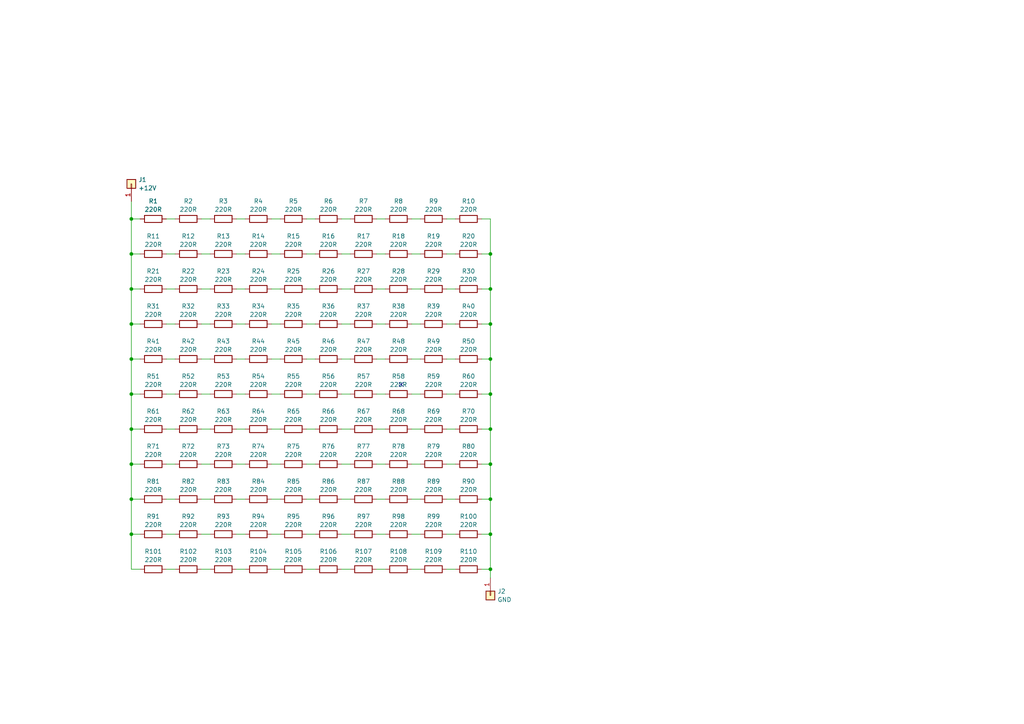
<source format=kicad_sch>
(kicad_sch (version 20250114) (generator "eeschema") (generator_version "9.0")
  (paper "A4")
  (lib_symbols
    (symbol "Connector_Generic:Conn_01x01" (pin_names (offset 1.016) (hide yes))
      (property "Reference" "J" (at 0 2.54 0))
      (property "Value" "Conn_01x01" (at 0 -2.54 0))
      (symbol "Conn_01x01_1_1"
        (rectangle (start -1.27 1.27) (end 1.27 -1.27) (stroke (width 0.254)) (fill (type background)))
        (rectangle (start -1.27 0.127) (end 0 -0.127) (stroke (width 0.1524)))
        (pin passive line (at -5.08 0 0) (length 3.81) (name "Pin_1") (number "1"))
      )
    )
    (symbol "Device:R" (pin_numbers (hide yes)) (pin_names (offset 0))
      (property "Reference" "R" (at 2.032 0 90))
      (property "Value" "R" (at 0 0 90))
      (symbol "R_0_1"
        (rectangle (start -1.016 -2.54) (end 1.016 2.54) (stroke (width 0.254)))
      )
      (symbol "R_1_1"
        (pin passive line (at 0 3.81 270) (length 1.27) (name "~") (number "1"))
        (pin passive line (at 0 -3.81 90) (length 1.27) (name "~") (number "2"))
      )
    )
  )
  (junction (at 38.1 134.62))
  (junction (at 142.24 165.1))
  (junction (at 142.24 73.66))
  (junction (at 142.24 93.98))
  (junction (at 142.24 83.82))
  (junction (at 38.1 104.14))
  (junction (at 38.1 73.66))
  (junction (at 38.1 114.3))
  (junction (at 38.1 144.78))
  (junction (at 142.24 134.62))
  (junction (at 142.24 104.14))
  (junction (at 142.24 124.46))
  (junction (at 142.24 154.94))
  (junction (at 38.1 83.82))
  (junction (at 38.1 63.5))
  (junction (at 142.24 114.3))
  (junction (at 142.24 144.78))
  (junction (at 38.1 154.94))
  (junction (at 38.1 93.98))
  (junction (at 38.1 124.46))
  (no_connect (at 116.332 111.506))
  (wire (pts (xy 99.06 144.78) (xy 101.6 144.78)))
  (wire (pts (xy 58.42 165.1) (xy 60.96 165.1)))
  (wire (pts (xy 38.1 93.98) (xy 38.1 104.14)))
  (wire (pts (xy 68.58 134.62) (xy 71.12 134.62)))
  (wire (pts (xy 48.26 93.98) (xy 50.8 93.98)))
  (wire (pts (xy 99.06 83.82) (xy 101.6 83.82)))
  (wire (pts (xy 109.22 83.82) (xy 111.76 83.82)))
  (wire (pts (xy 109.22 154.94) (xy 111.76 154.94)))
  (wire (pts (xy 99.06 165.1) (xy 101.6 165.1)))
  (wire (pts (xy 129.54 114.3) (xy 132.08 114.3)))
  (wire (pts (xy 38.1 144.78) (xy 38.1 154.94)))
  (wire (pts (xy 142.24 134.62) (xy 139.7 134.62)))
  (wire (pts (xy 78.74 93.98) (xy 81.28 93.98)))
  (wire (pts (xy 142.24 104.14) (xy 142.24 93.98)))
  (wire (pts (xy 38.1 114.3) (xy 38.1 124.46)))
  (wire (pts (xy 88.9 83.82) (xy 91.44 83.82)))
  (wire (pts (xy 48.26 144.78) (xy 50.8 144.78)))
  (wire (pts (xy 58.42 83.82) (xy 60.96 83.82)))
  (wire (pts (xy 38.1 93.98) (xy 40.64 93.98)))
  (wire (pts (xy 142.24 154.94) (xy 139.7 154.94)))
  (wire (pts (xy 48.26 165.1) (xy 50.8 165.1)))
  (wire (pts (xy 109.22 114.3) (xy 111.76 114.3)))
  (wire (pts (xy 38.1 83.82) (xy 38.1 93.98)))
  (wire (pts (xy 68.58 165.1) (xy 71.12 165.1)))
  (wire (pts (xy 88.9 93.98) (xy 91.44 93.98)))
  (wire (pts (xy 142.24 114.3) (xy 142.24 104.14)))
  (wire (pts (xy 68.58 124.46) (xy 71.12 124.46)))
  (wire (pts (xy 38.1 58.42) (xy 38.1 63.5)))
  (wire (pts (xy 142.24 167.64) (xy 142.24 165.1)))
  (wire (pts (xy 38.1 114.3) (xy 40.64 114.3)))
  (wire (pts (xy 142.24 104.14) (xy 139.7 104.14)))
  (wire (pts (xy 78.74 144.78) (xy 81.28 144.78)))
  (wire (pts (xy 38.1 63.5) (xy 40.64 63.5)))
  (wire (pts (xy 129.54 165.1) (xy 132.08 165.1)))
  (wire (pts (xy 119.38 165.1) (xy 121.92 165.1)))
  (wire (pts (xy 68.58 63.5) (xy 71.12 63.5)))
  (wire (pts (xy 99.06 154.94) (xy 101.6 154.94)))
  (wire (pts (xy 109.22 124.46) (xy 111.76 124.46)))
  (wire (pts (xy 119.38 154.94) (xy 121.92 154.94)))
  (wire (pts (xy 119.38 93.98) (xy 121.92 93.98)))
  (wire (pts (xy 129.54 144.78) (xy 132.08 144.78)))
  (wire (pts (xy 142.24 73.66) (xy 142.24 63.5)))
  (wire (pts (xy 109.22 104.14) (xy 111.76 104.14)))
  (wire (pts (xy 78.74 83.82) (xy 81.28 83.82)))
  (wire (pts (xy 109.22 134.62) (xy 111.76 134.62)))
  (wire (pts (xy 38.1 63.5) (xy 38.1 73.66)))
  (wire (pts (xy 38.1 104.14) (xy 40.64 104.14)))
  (wire (pts (xy 68.58 73.66) (xy 71.12 73.66)))
  (wire (pts (xy 99.06 73.66) (xy 101.6 73.66)))
  (wire (pts (xy 48.26 73.66) (xy 50.8 73.66)))
  (wire (pts (xy 99.06 63.5) (xy 101.6 63.5)))
  (wire (pts (xy 142.24 93.98) (xy 139.7 93.98)))
  (wire (pts (xy 38.1 104.14) (xy 38.1 114.3)))
  (wire (pts (xy 142.24 165.1) (xy 139.7 165.1)))
  (wire (pts (xy 129.54 93.98) (xy 132.08 93.98)))
  (wire (pts (xy 58.42 93.98) (xy 60.96 93.98)))
  (wire (pts (xy 139.7 144.78) (xy 142.24 144.78)))
  (wire (pts (xy 38.1 73.66) (xy 40.64 73.66)))
  (wire (pts (xy 78.74 73.66) (xy 81.28 73.66)))
  (wire (pts (xy 119.38 104.14) (xy 121.92 104.14)))
  (wire (pts (xy 58.42 73.66) (xy 60.96 73.66)))
  (wire (pts (xy 129.54 73.66) (xy 132.08 73.66)))
  (wire (pts (xy 129.54 134.62) (xy 132.08 134.62)))
  (wire (pts (xy 48.26 104.14) (xy 50.8 104.14)))
  (wire (pts (xy 99.06 104.14) (xy 101.6 104.14)))
  (wire (pts (xy 78.74 134.62) (xy 81.28 134.62)))
  (wire (pts (xy 99.06 124.46) (xy 101.6 124.46)))
  (wire (pts (xy 129.54 104.14) (xy 132.08 104.14)))
  (wire (pts (xy 68.58 93.98) (xy 71.12 93.98)))
  (wire (pts (xy 142.24 73.66) (xy 139.7 73.66)))
  (wire (pts (xy 88.9 165.1) (xy 91.44 165.1)))
  (wire (pts (xy 78.74 63.5) (xy 81.28 63.5)))
  (wire (pts (xy 119.38 73.66) (xy 121.92 73.66)))
  (wire (pts (xy 142.24 134.62) (xy 142.24 124.46)))
  (wire (pts (xy 88.9 154.94) (xy 91.44 154.94)))
  (wire (pts (xy 48.26 154.94) (xy 50.8 154.94)))
  (wire (pts (xy 78.74 154.94) (xy 81.28 154.94)))
  (wire (pts (xy 38.1 73.66) (xy 38.1 83.82)))
  (wire (pts (xy 129.54 63.5) (xy 132.08 63.5)))
  (wire (pts (xy 109.22 73.66) (xy 111.76 73.66)))
  (wire (pts (xy 99.06 114.3) (xy 101.6 114.3)))
  (wire (pts (xy 109.22 63.5) (xy 111.76 63.5)))
  (wire (pts (xy 88.9 104.14) (xy 91.44 104.14)))
  (wire (pts (xy 88.9 73.66) (xy 91.44 73.66)))
  (wire (pts (xy 99.06 93.98) (xy 101.6 93.98)))
  (wire (pts (xy 119.38 83.82) (xy 121.92 83.82)))
  (wire (pts (xy 88.9 124.46) (xy 91.44 124.46)))
  (wire (pts (xy 38.1 124.46) (xy 38.1 134.62)))
  (wire (pts (xy 119.38 134.62) (xy 121.92 134.62)))
  (wire (pts (xy 129.54 124.46) (xy 132.08 124.46)))
  (wire (pts (xy 88.9 134.62) (xy 91.44 134.62)))
  (wire (pts (xy 109.22 144.78) (xy 111.76 144.78)))
  (wire (pts (xy 142.24 124.46) (xy 142.24 114.3)))
  (wire (pts (xy 38.1 144.78) (xy 40.64 144.78)))
  (wire (pts (xy 119.38 144.78) (xy 121.92 144.78)))
  (wire (pts (xy 68.58 83.82) (xy 71.12 83.82)))
  (wire (pts (xy 88.9 114.3) (xy 91.44 114.3)))
  (wire (pts (xy 58.42 104.14) (xy 60.96 104.14)))
  (wire (pts (xy 78.74 104.14) (xy 81.28 104.14)))
  (wire (pts (xy 142.24 83.82) (xy 142.24 73.66)))
  (wire (pts (xy 88.9 144.78) (xy 91.44 144.78)))
  (wire (pts (xy 38.1 154.94) (xy 40.64 154.94)))
  (wire (pts (xy 38.1 134.62) (xy 40.64 134.62)))
  (wire (pts (xy 119.38 63.5) (xy 121.92 63.5)))
  (wire (pts (xy 142.24 165.1) (xy 142.24 154.94)))
  (wire (pts (xy 58.42 144.78) (xy 60.96 144.78)))
  (wire (pts (xy 68.58 144.78) (xy 71.12 144.78)))
  (wire (pts (xy 38.1 165.1) (xy 40.64 165.1)))
  (wire (pts (xy 109.22 165.1) (xy 111.76 165.1)))
  (wire (pts (xy 48.26 63.5) (xy 50.8 63.5)))
  (wire (pts (xy 119.38 114.3) (xy 121.92 114.3)))
  (wire (pts (xy 142.24 83.82) (xy 139.7 83.82)))
  (wire (pts (xy 68.58 114.3) (xy 71.12 114.3)))
  (wire (pts (xy 99.06 134.62) (xy 101.6 134.62)))
  (wire (pts (xy 142.24 144.78) (xy 142.24 134.62)))
  (wire (pts (xy 129.54 83.82) (xy 132.08 83.82)))
  (wire (pts (xy 58.42 114.3) (xy 60.96 114.3)))
  (wire (pts (xy 58.42 124.46) (xy 60.96 124.46)))
  (wire (pts (xy 88.9 63.5) (xy 91.44 63.5)))
  (wire (pts (xy 58.42 154.94) (xy 60.96 154.94)))
  (wire (pts (xy 142.24 124.46) (xy 139.7 124.46)))
  (wire (pts (xy 38.1 83.82) (xy 40.64 83.82)))
  (wire (pts (xy 68.58 104.14) (xy 71.12 104.14)))
  (wire (pts (xy 38.1 154.94) (xy 38.1 165.1)))
  (wire (pts (xy 78.74 165.1) (xy 81.28 165.1)))
  (wire (pts (xy 48.26 83.82) (xy 50.8 83.82)))
  (wire (pts (xy 58.42 63.5) (xy 60.96 63.5)))
  (wire (pts (xy 38.1 134.62) (xy 38.1 144.78)))
  (wire (pts (xy 109.22 93.98) (xy 111.76 93.98)))
  (wire (pts (xy 48.26 114.3) (xy 50.8 114.3)))
  (wire (pts (xy 142.24 93.98) (xy 142.24 83.82)))
  (wire (pts (xy 68.58 154.94) (xy 71.12 154.94)))
  (wire (pts (xy 142.24 63.5) (xy 139.7 63.5)))
  (wire (pts (xy 142.24 154.94) (xy 142.24 144.78)))
  (wire (pts (xy 129.54 154.94) (xy 132.08 154.94)))
  (wire (pts (xy 38.1 124.46) (xy 40.64 124.46)))
  (wire (pts (xy 78.74 114.3) (xy 81.28 114.3)))
  (wire (pts (xy 142.24 114.3) (xy 139.7 114.3)))
  (wire (pts (xy 48.26 134.62) (xy 50.8 134.62)))
  (wire (pts (xy 78.74 124.46) (xy 81.28 124.46)))
  (wire (pts (xy 58.42 134.62) (xy 60.96 134.62)))
  (wire (pts (xy 119.38 124.46) (xy 121.92 124.46)))
  (wire (pts (xy 48.26 124.46) (xy 50.8 124.46)))
  (symbol (lib_id "Device:R") (at 54.61 124.46 90) (unit 1)
    (property "Reference" "R62" (at 54.61 119.2995 90))
    (property "Value" "220R" (at 54.61 121.7238 90))
    (property "Footprint" "Resistor_SMD:R_0805_2012Metric_Pad1.20x1.40mm_HandSolder" (effects (hide yes)))
    (property "Description" "Resistor" (effects (hide yes)))
  )
  (symbol (lib_id "Device:R") (at 85.09 83.82 90) (unit 1)
    (property "Reference" "R25" (at 85.09 78.6595 90))
    (property "Value" "220R" (at 85.09 81.0838 90))
    (property "Footprint" "Resistor_SMD:R_0805_2012Metric_Pad1.20x1.40mm_HandSolder" (effects (hide yes)))
    (property "Description" "Resistor" (effects (hide yes)))
  )
  (symbol (lib_id "Connector_Generic:Conn_01x01") (at 142.24 172.72 270) (unit 1)
    (property "Reference" "J2" (at 144.272 171.5078 90) (effects (justify left)))
    (property "Value" "GND" (at 144.272 173.9321 90) (effects (justify left)))
    (property "Footprint" "Connector_Wire:SolderWirePad_1x01_SMD_1x2mm" (effects (hide yes)))
    (property "Description" "Generic connector, single row, 01x01, script generated (kicad-library-utils/schlib/autogen/connector/)" (effects (hide yes)))
  )
  (symbol (lib_id "Device:R") (at 115.57 165.1 90) (unit 1)
    (property "Reference" "R108" (at 115.57 159.9395 90))
    (property "Value" "220R" (at 115.57 162.3638 90))
    (property "Footprint" "Resistor_SMD:R_0805_2012Metric_Pad1.20x1.40mm_HandSolder" (effects (hide yes)))
    (property "Description" "Resistor" (effects (hide yes)))
  )
  (symbol (lib_id "Device:R") (at 64.77 104.14 90) (unit 1)
    (property "Reference" "R43" (at 64.77 98.9795 90))
    (property "Value" "220R" (at 64.77 101.4038 90))
    (property "Footprint" "Resistor_SMD:R_0805_2012Metric_Pad1.20x1.40mm_HandSolder" (effects (hide yes)))
    (property "Description" "Resistor" (effects (hide yes)))
  )
  (symbol (lib_id "Device:R") (at 64.77 63.5 90) (unit 1)
    (property "Reference" "R3" (at 64.77 58.3395 90))
    (property "Value" "220R" (at 64.77 60.7638 90))
    (property "Footprint" "Resistor_SMD:R_0805_2012Metric_Pad1.20x1.40mm_HandSolder" (effects (hide yes)))
    (property "Description" "Resistor" (effects (hide yes)))
  )
  (symbol (lib_id "Device:R") (at 74.93 114.3 90) (unit 1)
    (property "Reference" "R54" (at 74.93 109.1395 90))
    (property "Value" "220R" (at 74.93 111.5638 90))
    (property "Footprint" "Resistor_SMD:R_0805_2012Metric_Pad1.20x1.40mm_HandSolder" (effects (hide yes)))
    (property "Description" "Resistor" (effects (hide yes)))
  )
  (symbol (lib_id "Device:R") (at 125.73 63.5 90) (unit 1)
    (property "Reference" "R9" (at 125.73 58.3395 90))
    (property "Value" "220R" (at 125.73 60.7638 90))
    (property "Footprint" "Resistor_SMD:R_0805_2012Metric_Pad1.20x1.40mm_HandSolder" (effects (hide yes)))
    (property "Description" "Resistor" (effects (hide yes)))
  )
  (symbol (lib_id "Device:R") (at 85.09 154.94 90) (unit 1)
    (property "Reference" "R95" (at 85.09 149.7795 90))
    (property "Value" "220R" (at 85.09 152.2038 90))
    (property "Footprint" "Resistor_SMD:R_0805_2012Metric_Pad1.20x1.40mm_HandSolder" (effects (hide yes)))
    (property "Description" "Resistor" (effects (hide yes)))
  )
  (symbol (lib_id "Device:R") (at 85.09 124.46 90) (unit 1)
    (property "Reference" "R65" (at 85.09 119.2995 90))
    (property "Value" "220R" (at 85.09 121.7238 90))
    (property "Footprint" "Resistor_SMD:R_0805_2012Metric_Pad1.20x1.40mm_HandSolder" (effects (hide yes)))
    (property "Description" "Resistor" (effects (hide yes)))
  )
  (symbol (lib_id "Device:R") (at 74.93 165.1 90) (unit 1)
    (property "Reference" "R104" (at 74.93 159.9395 90))
    (property "Value" "220R" (at 74.93 162.3638 90))
    (property "Footprint" "Resistor_SMD:R_0805_2012Metric_Pad1.20x1.40mm_HandSolder" (effects (hide yes)))
    (property "Description" "Resistor" (effects (hide yes)))
  )
  (symbol (lib_id "Device:R") (at 135.89 63.5 90) (unit 1)
    (property "Reference" "R10" (at 135.89 58.3395 90))
    (property "Value" "220R" (at 135.89 60.7638 90))
    (property "Footprint" "Resistor_SMD:R_0805_2012Metric_Pad1.20x1.40mm_HandSolder" (effects (hide yes)))
    (property "Description" "Resistor" (effects (hide yes)))
  )
  (symbol (lib_id "Device:R") (at 105.41 93.98 90) (unit 1)
    (property "Reference" "R37" (at 105.41 88.8195 90))
    (property "Value" "220R" (at 105.41 91.2438 90))
    (property "Footprint" "Resistor_SMD:R_0805_2012Metric_Pad1.20x1.40mm_HandSolder" (effects (hide yes)))
    (property "Description" "Resistor" (effects (hide yes)))
  )
  (symbol (lib_id "Connector_Generic:Conn_01x01") (at 38.1 53.34 90) (unit 1)
    (property "Reference" "J1" (at 40.132 52.1278 90) (effects (justify right)))
    (property "Value" "+12V" (at 40.132 54.5521 90) (effects (justify right)))
    (property "Footprint" "Connector_Wire:SolderWirePad_1x01_SMD_1x2mm" (effects (hide yes)))
    (property "Description" "Generic connector, single row, 01x01, script generated (kicad-library-utils/schlib/autogen/connector/)" (effects (hide yes)))
  )
  (symbol (lib_id "Device:R") (at 125.73 104.14 90) (unit 1)
    (property "Reference" "R49" (at 125.73 98.9795 90))
    (property "Value" "220R" (at 125.73 101.4038 90))
    (property "Footprint" "Resistor_SMD:R_0805_2012Metric_Pad1.20x1.40mm_HandSolder" (effects (hide yes)))
    (property "Description" "Resistor" (effects (hide yes)))
  )
  (symbol (lib_id "Device:R") (at 85.09 73.66 90) (unit 1)
    (property "Reference" "R15" (at 85.09 68.4995 90))
    (property "Value" "220R" (at 85.09 70.9238 90))
    (property "Footprint" "Resistor_SMD:R_0805_2012Metric_Pad1.20x1.40mm_HandSolder" (effects (hide yes)))
    (property "Description" "Resistor" (effects (hide yes)))
  )
  (symbol (lib_id "Device:R") (at 85.09 114.3 90) (unit 1)
    (property "Reference" "R55" (at 85.09 109.1395 90))
    (property "Value" "220R" (at 85.09 111.5638 90))
    (property "Footprint" "Resistor_SMD:R_0805_2012Metric_Pad1.20x1.40mm_HandSolder" (effects (hide yes)))
    (property "Description" "Resistor" (effects (hide yes)))
  )
  (symbol (lib_id "Device:R") (at 115.57 114.3 90) (unit 1)
    (property "Reference" "R58" (at 115.57 109.1395 90))
    (property "Value" "220R" (at 115.57 111.5638 90))
    (property "Footprint" "Resistor_SMD:R_0805_2012Metric_Pad1.20x1.40mm_HandSolder" (effects (hide yes)))
    (property "Description" "Resistor" (effects (hide yes)))
  )
  (symbol (lib_id "Device:R") (at 95.25 134.62 90) (unit 1)
    (property "Reference" "R76" (at 95.25 129.4595 90))
    (property "Value" "220R" (at 95.25 131.8838 90))
    (property "Footprint" "Resistor_SMD:R_0805_2012Metric_Pad1.20x1.40mm_HandSolder" (effects (hide yes)))
    (property "Description" "Resistor" (effects (hide yes)))
  )
  (symbol (lib_id "Device:R") (at 85.09 104.14 90) (unit 1)
    (property "Reference" "R45" (at 85.09 98.9795 90))
    (property "Value" "220R" (at 85.09 101.4038 90))
    (property "Footprint" "Resistor_SMD:R_0805_2012Metric_Pad1.20x1.40mm_HandSolder" (effects (hide yes)))
    (property "Description" "Resistor" (effects (hide yes)))
  )
  (symbol (lib_id "Device:R") (at 135.89 124.46 90) (unit 1)
    (property "Reference" "R70" (at 135.89 119.2995 90))
    (property "Value" "220R" (at 135.89 121.7238 90))
    (property "Footprint" "Resistor_SMD:R_0805_2012Metric_Pad1.20x1.40mm_HandSolder" (effects (hide yes)))
    (property "Description" "Resistor" (effects (hide yes)))
  )
  (symbol (lib_id "Device:R") (at 54.61 93.98 90) (unit 1)
    (property "Reference" "R32" (at 54.61 88.8195 90))
    (property "Value" "220R" (at 54.61 91.2438 90))
    (property "Footprint" "Resistor_SMD:R_0805_2012Metric_Pad1.20x1.40mm_HandSolder" (effects (hide yes)))
    (property "Description" "Resistor" (effects (hide yes)))
  )
  (symbol (lib_id "Device:R") (at 105.41 83.82 90) (unit 1)
    (property "Reference" "R27" (at 105.41 78.6595 90))
    (property "Value" "220R" (at 105.41 81.0838 90))
    (property "Footprint" "Resistor_SMD:R_0805_2012Metric_Pad1.20x1.40mm_HandSolder" (effects (hide yes)))
    (property "Description" "Resistor" (effects (hide yes)))
  )
  (symbol (lib_id "Device:R") (at 54.61 134.62 90) (unit 1)
    (property "Reference" "R72" (at 54.61 129.4595 90))
    (property "Value" "220R" (at 54.61 131.8838 90))
    (property "Footprint" "Resistor_SMD:R_0805_2012Metric_Pad1.20x1.40mm_HandSolder" (effects (hide yes)))
    (property "Description" "Resistor" (effects (hide yes)))
  )
  (symbol (lib_id "Device:R") (at 64.77 124.46 90) (unit 1)
    (property "Reference" "R63" (at 64.77 119.2995 90))
    (property "Value" "220R" (at 64.77 121.7238 90))
    (property "Footprint" "Resistor_SMD:R_0805_2012Metric_Pad1.20x1.40mm_HandSolder" (effects (hide yes)))
    (property "Description" "Resistor" (effects (hide yes)))
  )
  (symbol (lib_id "Device:R") (at 95.25 83.82 90) (unit 1)
    (property "Reference" "R26" (at 95.25 78.6595 90))
    (property "Value" "220R" (at 95.25 81.0838 90))
    (property "Footprint" "Resistor_SMD:R_0805_2012Metric_Pad1.20x1.40mm_HandSolder" (effects (hide yes)))
    (property "Description" "Resistor" (effects (hide yes)))
  )
  (symbol (lib_id "Device:R") (at 115.57 93.98 90) (unit 1)
    (property "Reference" "R38" (at 115.57 88.8195 90))
    (property "Value" "220R" (at 115.57 91.2438 90))
    (property "Footprint" "Resistor_SMD:R_0805_2012Metric_Pad1.20x1.40mm_HandSolder" (effects (hide yes)))
    (property "Description" "Resistor" (effects (hide yes)))
  )
  (symbol (lib_id "Device:R") (at 54.61 154.94 90) (unit 1)
    (property "Reference" "R92" (at 54.61 149.7795 90))
    (property "Value" "220R" (at 54.61 152.2038 90))
    (property "Footprint" "Resistor_SMD:R_0805_2012Metric_Pad1.20x1.40mm_HandSolder" (effects (hide yes)))
    (property "Description" "Resistor" (effects (hide yes)))
  )
  (symbol (lib_id "Device:R") (at 95.25 93.98 90) (unit 1)
    (property "Reference" "R36" (at 95.25 88.8195 90))
    (property "Value" "220R" (at 95.25 91.2438 90))
    (property "Footprint" "Resistor_SMD:R_0805_2012Metric_Pad1.20x1.40mm_HandSolder" (effects (hide yes)))
    (property "Description" "Resistor" (effects (hide yes)))
  )
  (symbol (lib_id "Device:R") (at 44.45 93.98 90) (unit 1)
    (property "Reference" "R31" (at 44.45 88.8195 90))
    (property "Value" "220R" (at 44.45 91.2438 90))
    (property "Footprint" "Resistor_SMD:R_0805_2012Metric_Pad1.20x1.40mm_HandSolder" (effects (hide yes)))
    (property "Description" "Resistor" (effects (hide yes)))
  )
  (symbol (lib_id "Device:R") (at 54.61 63.5 90) (unit 1)
    (property "Reference" "R2" (at 54.61 58.3395 90))
    (property "Value" "220R" (at 54.61 60.7638 90))
    (property "Footprint" "Resistor_SMD:R_0805_2012Metric_Pad1.20x1.40mm_HandSolder" (effects (hide yes)))
    (property "Description" "Resistor" (effects (hide yes)))
  )
  (symbol (lib_id "Device:R") (at 105.41 73.66 90) (unit 1)
    (property "Reference" "R17" (at 105.41 68.4995 90))
    (property "Value" "220R" (at 105.41 70.9238 90))
    (property "Footprint" "Resistor_SMD:R_0805_2012Metric_Pad1.20x1.40mm_HandSolder" (effects (hide yes)))
    (property "Description" "Resistor" (effects (hide yes)))
  )
  (symbol (lib_id "Device:R") (at 115.57 134.62 90) (unit 1)
    (property "Reference" "R78" (at 115.57 129.4595 90))
    (property "Value" "220R" (at 115.57 131.8838 90))
    (property "Footprint" "Resistor_SMD:R_0805_2012Metric_Pad1.20x1.40mm_HandSolder" (effects (hide yes)))
    (property "Description" "Resistor" (effects (hide yes)))
  )
  (symbol (lib_id "Device:R") (at 85.09 93.98 90) (unit 1)
    (property "Reference" "R35" (at 85.09 88.8195 90))
    (property "Value" "220R" (at 85.09 91.2438 90))
    (property "Footprint" "Resistor_SMD:R_0805_2012Metric_Pad1.20x1.40mm_HandSolder" (effects (hide yes)))
    (property "Description" "Resistor" (effects (hide yes)))
  )
  (symbol (lib_id "Device:R") (at 105.41 154.94 90) (unit 1)
    (property "Reference" "R97" (at 105.41 149.7795 90))
    (property "Value" "220R" (at 105.41 152.2038 90))
    (property "Footprint" "Resistor_SMD:R_0805_2012Metric_Pad1.20x1.40mm_HandSolder" (effects (hide yes)))
    (property "Description" "Resistor" (effects (hide yes)))
  )
  (symbol (lib_id "Device:R") (at 135.89 165.1 90) (unit 1)
    (property "Reference" "R110" (at 135.89 159.9395 90))
    (property "Value" "220R" (at 135.89 162.3638 90))
    (property "Footprint" "Resistor_SMD:R_0805_2012Metric_Pad1.20x1.40mm_HandSolder" (effects (hide yes)))
    (property "Description" "Resistor" (effects (hide yes)))
  )
  (symbol (lib_id "Device:R") (at 135.89 93.98 90) (unit 1)
    (property "Reference" "R40" (at 135.89 88.8195 90))
    (property "Value" "220R" (at 135.89 91.2438 90))
    (property "Footprint" "Resistor_SMD:R_0805_2012Metric_Pad1.20x1.40mm_HandSolder" (effects (hide yes)))
    (property "Description" "Resistor" (effects (hide yes)))
  )
  (symbol (lib_id "Device:R") (at 135.89 114.3 90) (unit 1)
    (property "Reference" "R60" (at 135.89 109.1395 90))
    (property "Value" "220R" (at 135.89 111.5638 90))
    (property "Footprint" "Resistor_SMD:R_0805_2012Metric_Pad1.20x1.40mm_HandSolder" (effects (hide yes)))
    (property "Description" "Resistor" (effects (hide yes)))
  )
  (symbol (lib_id "Device:R") (at 64.77 165.1 90) (unit 1)
    (property "Reference" "R103" (at 64.77 159.9395 90))
    (property "Value" "220R" (at 64.77 162.3638 90))
    (property "Footprint" "Resistor_SMD:R_0805_2012Metric_Pad1.20x1.40mm_HandSolder" (effects (hide yes)))
    (property "Description" "Resistor" (effects (hide yes)))
  )
  (symbol (lib_id "Device:R") (at 74.93 83.82 90) (unit 1)
    (property "Reference" "R24" (at 74.93 78.6595 90))
    (property "Value" "220R" (at 74.93 81.0838 90))
    (property "Footprint" "Resistor_SMD:R_0805_2012Metric_Pad1.20x1.40mm_HandSolder" (effects (hide yes)))
    (property "Description" "Resistor" (effects (hide yes)))
  )
  (symbol (lib_id "Device:R") (at 135.89 83.82 90) (unit 1)
    (property "Reference" "R30" (at 135.89 78.6595 90))
    (property "Value" "220R" (at 135.89 81.0838 90))
    (property "Footprint" "Resistor_SMD:R_0805_2012Metric_Pad1.20x1.40mm_HandSolder" (effects (hide yes)))
    (property "Description" "Resistor" (effects (hide yes)))
  )
  (symbol (lib_id "Device:R") (at 85.09 144.78 90) (unit 1)
    (property "Reference" "R85" (at 85.09 139.6195 90))
    (property "Value" "220R" (at 85.09 142.0438 90))
    (property "Footprint" "Resistor_SMD:R_0805_2012Metric_Pad1.20x1.40mm_HandSolder" (effects (hide yes)))
    (property "Description" "Resistor" (effects (hide yes)))
  )
  (symbol (lib_id "Device:R") (at 115.57 154.94 90) (unit 1)
    (property "Reference" "R98" (at 115.57 149.7795 90))
    (property "Value" "220R" (at 115.57 152.2038 90))
    (property "Footprint" "Resistor_SMD:R_0805_2012Metric_Pad1.20x1.40mm_HandSolder" (effects (hide yes)))
    (property "Description" "Resistor" (effects (hide yes)))
  )
  (symbol (lib_id "Device:R") (at 44.45 144.78 90) (unit 1)
    (property "Reference" "R81" (at 44.45 139.6195 90))
    (property "Value" "220R" (at 44.45 142.0438 90))
    (property "Footprint" "Resistor_SMD:R_0805_2012Metric_Pad1.20x1.40mm_HandSolder" (effects (hide yes)))
    (property "Description" "Resistor" (effects (hide yes)))
  )
  (symbol (lib_id "Device:R") (at 105.41 114.3 90) (unit 1)
    (property "Reference" "R57" (at 105.41 109.1395 90))
    (property "Value" "220R" (at 105.41 111.5638 90))
    (property "Footprint" "Resistor_SMD:R_0805_2012Metric_Pad1.20x1.40mm_HandSolder" (effects (hide yes)))
    (property "Description" "Resistor" (effects (hide yes)))
  )
  (symbol (lib_id "Device:R") (at 44.45 124.46 90) (unit 1)
    (property "Reference" "R61" (at 44.45 119.2995 90))
    (property "Value" "220R" (at 44.45 121.7238 90))
    (property "Footprint" "Resistor_SMD:R_0805_2012Metric_Pad1.20x1.40mm_HandSolder" (effects (hide yes)))
    (property "Description" "Resistor" (effects (hide yes)))
  )
  (symbol (lib_id "Device:R") (at 54.61 104.14 90) (unit 1)
    (property "Reference" "R42" (at 54.61 98.9795 90))
    (property "Value" "220R" (at 54.61 101.4038 90))
    (property "Footprint" "Resistor_SMD:R_0805_2012Metric_Pad1.20x1.40mm_HandSolder" (effects (hide yes)))
    (property "Description" "Resistor" (effects (hide yes)))
  )
  (symbol (lib_id "Device:R") (at 105.41 144.78 90) (unit 1)
    (property "Reference" "R87" (at 105.41 139.6195 90))
    (property "Value" "220R" (at 105.41 142.0438 90))
    (property "Footprint" "Resistor_SMD:R_0805_2012Metric_Pad1.20x1.40mm_HandSolder" (effects (hide yes)))
    (property "Description" "Resistor" (effects (hide yes)))
  )
  (symbol (lib_id "Device:R") (at 74.93 124.46 90) (unit 1)
    (property "Reference" "R64" (at 74.93 119.2995 90))
    (property "Value" "220R" (at 74.93 121.7238 90))
    (property "Footprint" "Resistor_SMD:R_0805_2012Metric_Pad1.20x1.40mm_HandSolder" (effects (hide yes)))
    (property "Description" "Resistor" (effects (hide yes)))
  )
  (symbol (lib_id "Device:R") (at 135.89 104.14 90) (unit 1)
    (property "Reference" "R50" (at 135.89 98.9795 90))
    (property "Value" "220R" (at 135.89 101.4038 90))
    (property "Footprint" "Resistor_SMD:R_0805_2012Metric_Pad1.20x1.40mm_HandSolder" (effects (hide yes)))
    (property "Description" "Resistor" (effects (hide yes)))
  )
  (symbol (lib_id "Device:R") (at 105.41 104.14 90) (unit 1)
    (property "Reference" "R47" (at 105.41 98.9795 90))
    (property "Value" "220R" (at 105.41 101.4038 90))
    (property "Footprint" "Resistor_SMD:R_0805_2012Metric_Pad1.20x1.40mm_HandSolder" (effects (hide yes)))
    (property "Description" "Resistor" (effects (hide yes)))
  )
  (symbol (lib_id "Device:R") (at 95.25 165.1 90) (unit 1)
    (property "Reference" "R106" (at 95.25 159.9395 90))
    (property "Value" "220R" (at 95.25 162.3638 90))
    (property "Footprint" "Resistor_SMD:R_0805_2012Metric_Pad1.20x1.40mm_HandSolder" (effects (hide yes)))
    (property "Description" "Resistor" (effects (hide yes)))
  )
  (symbol (lib_id "Device:R") (at 95.25 73.66 90) (unit 1)
    (property "Reference" "R16" (at 95.25 68.4995 90))
    (property "Value" "220R" (at 95.25 70.9238 90))
    (property "Footprint" "Resistor_SMD:R_0805_2012Metric_Pad1.20x1.40mm_HandSolder" (effects (hide yes)))
    (property "Description" "Resistor" (effects (hide yes)))
  )
  (symbol (lib_id "Device:R") (at 135.89 144.78 90) (unit 1)
    (property "Reference" "R90" (at 135.89 139.6195 90))
    (property "Value" "220R" (at 135.89 142.0438 90))
    (property "Footprint" "Resistor_SMD:R_0805_2012Metric_Pad1.20x1.40mm_HandSolder" (effects (hide yes)))
    (property "Description" "Resistor" (effects (hide yes)))
  )
  (symbol (lib_id "Device:R") (at 125.73 73.66 90) (unit 1)
    (property "Reference" "R19" (at 125.73 68.4995 90))
    (property "Value" "220R" (at 125.73 70.9238 90))
    (property "Footprint" "Resistor_SMD:R_0805_2012Metric_Pad1.20x1.40mm_HandSolder" (effects (hide yes)))
    (property "Description" "Resistor" (effects (hide yes)))
  )
  (symbol (lib_id "Device:R") (at 64.77 154.94 90) (unit 1)
    (property "Reference" "R93" (at 64.77 149.7795 90))
    (property "Value" "220R" (at 64.77 152.2038 90))
    (property "Footprint" "Resistor_SMD:R_0805_2012Metric_Pad1.20x1.40mm_HandSolder" (effects (hide yes)))
    (property "Description" "Resistor" (effects (hide yes)))
  )
  (symbol (lib_id "Device:R") (at 95.25 124.46 90) (unit 1)
    (property "Reference" "R66" (at 95.25 119.2995 90))
    (property "Value" "220R" (at 95.25 121.7238 90))
    (property "Footprint" "Resistor_SMD:R_0805_2012Metric_Pad1.20x1.40mm_HandSolder" (effects (hide yes)))
    (property "Description" "Resistor" (effects (hide yes)))
  )
  (symbol (lib_id "Device:R") (at 54.61 144.78 90) (unit 1)
    (property "Reference" "R82" (at 54.61 139.6195 90))
    (property "Value" "220R" (at 54.61 142.0438 90))
    (property "Footprint" "Resistor_SMD:R_0805_2012Metric_Pad1.20x1.40mm_HandSolder" (effects (hide yes)))
    (property "Description" "Resistor" (effects (hide yes)))
  )
  (symbol (lib_id "Device:R") (at 95.25 114.3 90) (unit 1)
    (property "Reference" "R56" (at 95.25 109.1395 90))
    (property "Value" "220R" (at 95.25 111.5638 90))
    (property "Footprint" "Resistor_SMD:R_0805_2012Metric_Pad1.20x1.40mm_HandSolder" (effects (hide yes)))
    (property "Description" "Resistor" (effects (hide yes)))
  )
  (symbol (lib_id "Device:R") (at 85.09 134.62 90) (unit 1)
    (property "Reference" "R75" (at 85.09 129.4595 90))
    (property "Value" "220R" (at 85.09 131.8838 90))
    (property "Footprint" "Resistor_SMD:R_0805_2012Metric_Pad1.20x1.40mm_HandSolder" (effects (hide yes)))
    (property "Description" "Resistor" (effects (hide yes)))
  )
  (symbol (lib_id "Device:R") (at 125.73 165.1 90) (unit 1)
    (property "Reference" "R109" (at 125.73 159.9395 90))
    (property "Value" "220R" (at 125.73 162.3638 90))
    (property "Footprint" "Resistor_SMD:R_0805_2012Metric_Pad1.20x1.40mm_HandSolder" (effects (hide yes)))
    (property "Description" "Resistor" (effects (hide yes)))
  )
  (symbol (lib_id "Device:R") (at 125.73 134.62 90) (unit 1)
    (property "Reference" "R79" (at 125.73 129.4595 90))
    (property "Value" "220R" (at 125.73 131.8838 90))
    (property "Footprint" "Resistor_SMD:R_0805_2012Metric_Pad1.20x1.40mm_HandSolder" (effects (hide yes)))
    (property "Description" "Resistor" (effects (hide yes)))
  )
  (symbol (lib_id "Device:R") (at 44.45 165.1 90) (unit 1)
    (property "Reference" "R101" (at 44.45 159.9395 90))
    (property "Value" "220R" (at 44.45 162.3638 90))
    (property "Footprint" "Resistor_SMD:R_0805_2012Metric_Pad1.20x1.40mm_HandSolder" (effects (hide yes)))
    (property "Description" "Resistor" (effects (hide yes)))
  )
  (symbol (lib_id "Device:R") (at 64.77 73.66 90) (unit 1)
    (property "Reference" "R13" (at 64.77 68.4995 90))
    (property "Value" "220R" (at 64.77 70.9238 90))
    (property "Footprint" "Resistor_SMD:R_0805_2012Metric_Pad1.20x1.40mm_HandSolder" (effects (hide yes)))
    (property "Description" "Resistor" (effects (hide yes)))
  )
  (symbol (lib_id "Device:R") (at 44.45 154.94 90) (unit 1)
    (property "Reference" "R91" (at 44.45 149.7795 90))
    (property "Value" "220R" (at 44.45 152.2038 90))
    (property "Footprint" "Resistor_SMD:R_0805_2012Metric_Pad1.20x1.40mm_HandSolder" (effects (hide yes)))
    (property "Description" "Resistor" (effects (hide yes)))
  )
  (symbol (lib_id "Device:R") (at 64.77 114.3 90) (unit 1)
    (property "Reference" "R53" (at 64.77 109.1395 90))
    (property "Value" "220R" (at 64.77 111.5638 90))
    (property "Footprint" "Resistor_SMD:R_0805_2012Metric_Pad1.20x1.40mm_HandSolder" (effects (hide yes)))
    (property "Description" "Resistor" (effects (hide yes)))
  )
  (symbol (lib_id "Device:R") (at 115.57 144.78 90) (unit 1)
    (property "Reference" "R88" (at 115.57 139.6195 90))
    (property "Value" "220R" (at 115.57 142.0438 90))
    (property "Footprint" "Resistor_SMD:R_0805_2012Metric_Pad1.20x1.40mm_HandSolder" (effects (hide yes)))
    (property "Description" "Resistor" (effects (hide yes)))
  )
  (symbol (lib_id "Device:R") (at 44.45 83.82 90) (unit 1)
    (property "Reference" "R21" (at 44.45 78.6595 90))
    (property "Value" "220R" (at 44.45 81.0838 90))
    (property "Footprint" "Resistor_SMD:R_0805_2012Metric_Pad1.20x1.40mm_HandSolder" (effects (hide yes)))
    (property "Description" "Resistor" (effects (hide yes)))
  )
  (symbol (lib_id "Device:R") (at 95.25 63.5 90) (unit 1)
    (property "Reference" "R6" (at 95.25 58.3395 90))
    (property "Value" "220R" (at 95.25 60.7638 90))
    (property "Footprint" "Resistor_SMD:R_0805_2012Metric_Pad1.20x1.40mm_HandSolder" (effects (hide yes)))
    (property "Description" "Resistor" (effects (hide yes)))
  )
  (symbol (lib_id "Device:R") (at 125.73 93.98 90) (unit 1)
    (property "Reference" "R39" (at 125.73 88.8195 90))
    (property "Value" "220R" (at 125.73 91.2438 90))
    (property "Footprint" "Resistor_SMD:R_0805_2012Metric_Pad1.20x1.40mm_HandSolder" (effects (hide yes)))
    (property "Description" "Resistor" (effects (hide yes)))
  )
  (symbol (lib_id "Device:R") (at 74.93 134.62 90) (unit 1)
    (property "Reference" "R74" (at 74.93 129.4595 90))
    (property "Value" "220R" (at 74.93 131.8838 90))
    (property "Footprint" "Resistor_SMD:R_0805_2012Metric_Pad1.20x1.40mm_HandSolder" (effects (hide yes)))
    (property "Description" "Resistor" (effects (hide yes)))
  )
  (symbol (lib_id "Device:R") (at 54.61 114.3 90) (unit 1)
    (property "Reference" "R52" (at 54.61 109.1395 90))
    (property "Value" "220R" (at 54.61 111.5638 90))
    (property "Footprint" "Resistor_SMD:R_0805_2012Metric_Pad1.20x1.40mm_HandSolder" (effects (hide yes)))
    (property "Description" "Resistor" (effects (hide yes)))
  )
  (symbol (lib_id "Device:R") (at 44.45 114.3 90) (unit 1)
    (property "Reference" "R51" (at 44.45 109.1395 90))
    (property "Value" "220R" (at 44.45 111.5638 90))
    (property "Footprint" "Resistor_SMD:R_0805_2012Metric_Pad1.20x1.40mm_HandSolder" (effects (hide yes)))
    (property "Description" "Resistor" (effects (hide yes)))
  )
  (symbol (lib_id "Device:R") (at 64.77 134.62 90) (unit 1)
    (property "Reference" "R73" (at 64.77 129.4595 90))
    (property "Value" "220R" (at 64.77 131.8838 90))
    (property "Footprint" "Resistor_SMD:R_0805_2012Metric_Pad1.20x1.40mm_HandSolder" (effects (hide yes)))
    (property "Description" "Resistor" (effects (hide yes)))
  )
  (symbol (lib_id "Device:R") (at 74.93 93.98 90) (unit 1)
    (property "Reference" "R34" (at 74.93 88.8195 90))
    (property "Value" "220R" (at 74.93 91.2438 90))
    (property "Footprint" "Resistor_SMD:R_0805_2012Metric_Pad1.20x1.40mm_HandSolder" (effects (hide yes)))
    (property "Description" "Resistor" (effects (hide yes)))
  )
  (symbol (lib_id "Device:R") (at 54.61 73.66 90) (unit 1)
    (property "Reference" "R12" (at 54.61 68.4995 90))
    (property "Value" "220R" (at 54.61 70.9238 90))
    (property "Footprint" "Resistor_SMD:R_0805_2012Metric_Pad1.20x1.40mm_HandSolder" (effects (hide yes)))
    (property "Description" "Resistor" (effects (hide yes)))
  )
  (symbol (lib_id "Device:R") (at 54.61 165.1 90) (unit 1)
    (property "Reference" "R102" (at 54.61 159.9395 90))
    (property "Value" "220R" (at 54.61 162.3638 90))
    (property "Footprint" "Resistor_SMD:R_0805_2012Metric_Pad1.20x1.40mm_HandSolder" (effects (hide yes)))
    (property "Description" "Resistor" (effects (hide yes)))
  )
  (symbol (lib_id "Device:R") (at 74.93 144.78 90) (unit 1)
    (property "Reference" "R84" (at 74.93 139.6195 90))
    (property "Value" "220R" (at 74.93 142.0438 90))
    (property "Footprint" "Resistor_SMD:R_0805_2012Metric_Pad1.20x1.40mm_HandSolder" (effects (hide yes)))
    (property "Description" "Resistor" (effects (hide yes)))
  )
  (symbol (lib_id "Device:R") (at 44.45 134.62 90) (unit 1)
    (property "Reference" "R71" (at 44.45 129.4595 90))
    (property "Value" "220R" (at 44.45 131.8838 90))
    (property "Footprint" "Resistor_SMD:R_0805_2012Metric_Pad1.20x1.40mm_HandSolder" (effects (hide yes)))
    (property "Description" "Resistor" (effects (hide yes)))
  )
  (symbol (lib_id "Device:R") (at 105.41 134.62 90) (unit 1)
    (property "Reference" "R77" (at 105.41 129.4595 90))
    (property "Value" "220R" (at 105.41 131.8838 90))
    (property "Footprint" "Resistor_SMD:R_0805_2012Metric_Pad1.20x1.40mm_HandSolder" (effects (hide yes)))
    (property "Description" "Resistor" (effects (hide yes)))
  )
  (symbol (lib_id "Device:R") (at 125.73 83.82 90) (unit 1)
    (property "Reference" "R29" (at 125.73 78.6595 90))
    (property "Value" "220R" (at 125.73 81.0838 90))
    (property "Footprint" "Resistor_SMD:R_0805_2012Metric_Pad1.20x1.40mm_HandSolder" (effects (hide yes)))
    (property "Description" "Resistor" (effects (hide yes)))
  )
  (symbol (lib_id "Device:R") (at 125.73 144.78 90) (unit 1)
    (property "Reference" "R89" (at 125.73 139.6195 90))
    (property "Value" "220R" (at 125.73 142.0438 90))
    (property "Footprint" "Resistor_SMD:R_0805_2012Metric_Pad1.20x1.40mm_HandSolder" (effects (hide yes)))
    (property "Description" "Resistor" (effects (hide yes)))
  )
  (symbol (lib_id "Device:R") (at 125.73 114.3 90) (unit 1)
    (property "Reference" "R59" (at 125.73 109.1395 90))
    (property "Value" "220R" (at 125.73 111.5638 90))
    (property "Footprint" "Resistor_SMD:R_0805_2012Metric_Pad1.20x1.40mm_HandSolder" (effects (hide yes)))
    (property "Description" "Resistor" (effects (hide yes)))
  )
  (symbol (lib_id "Device:R") (at 115.57 83.82 90) (unit 1)
    (property "Reference" "R28" (at 115.57 78.6595 90))
    (property "Value" "220R" (at 115.57 81.0838 90))
    (property "Footprint" "Resistor_SMD:R_0805_2012Metric_Pad1.20x1.40mm_HandSolder" (effects (hide yes)))
    (property "Description" "Resistor" (effects (hide yes)))
  )
  (symbol (lib_id "Device:R") (at 135.89 73.66 90) (unit 1)
    (property "Reference" "R20" (at 135.89 68.4995 90))
    (property "Value" "220R" (at 135.89 70.9238 90))
    (property "Footprint" "Resistor_SMD:R_0805_2012Metric_Pad1.20x1.40mm_HandSolder" (effects (hide yes)))
    (property "Description" "Resistor" (effects (hide yes)))
  )
  (symbol (lib_id "Device:R") (at 115.57 124.46 90) (unit 1)
    (property "Reference" "R68" (at 115.57 119.2995 90))
    (property "Value" "220R" (at 115.57 121.7238 90))
    (property "Footprint" "Resistor_SMD:R_0805_2012Metric_Pad1.20x1.40mm_HandSolder" (effects (hide yes)))
    (property "Description" "Resistor" (effects (hide yes)))
  )
  (symbol (lib_id "Device:R") (at 115.57 104.14 90) (unit 1)
    (property "Reference" "R48" (at 115.57 98.9795 90))
    (property "Value" "220R" (at 115.57 101.4038 90))
    (property "Footprint" "Resistor_SMD:R_0805_2012Metric_Pad1.20x1.40mm_HandSolder" (effects (hide yes)))
    (property "Description" "Resistor" (effects (hide yes)))
  )
  (symbol (lib_id "Device:R") (at 74.93 104.14 90) (unit 1)
    (property "Reference" "R44" (at 74.93 98.9795 90))
    (property "Value" "220R" (at 74.93 101.4038 90))
    (property "Footprint" "Resistor_SMD:R_0805_2012Metric_Pad1.20x1.40mm_HandSolder" (effects (hide yes)))
    (property "Description" "Resistor" (effects (hide yes)))
  )
  (symbol (lib_id "Device:R") (at 64.77 83.82 90) (unit 1)
    (property "Reference" "R23" (at 64.77 78.6595 90))
    (property "Value" "220R" (at 64.77 81.0838 90))
    (property "Footprint" "Resistor_SMD:R_0805_2012Metric_Pad1.20x1.40mm_HandSolder" (effects (hide yes)))
    (property "Description" "Resistor" (effects (hide yes)))
  )
  (symbol (lib_id "Device:R") (at 54.61 83.82 90) (unit 1)
    (property "Reference" "R22" (at 54.61 78.6595 90))
    (property "Value" "220R" (at 54.61 81.0838 90))
    (property "Footprint" "Resistor_SMD:R_0805_2012Metric_Pad1.20x1.40mm_HandSolder" (effects (hide yes)))
    (property "Description" "Resistor" (effects (hide yes)))
  )
  (symbol (lib_id "Device:R") (at 85.09 63.5 90) (unit 1)
    (property "Reference" "R5" (at 85.09 58.3395 90))
    (property "Value" "220R" (at 85.09 60.7638 90))
    (property "Footprint" "Resistor_SMD:R_0805_2012Metric_Pad1.20x1.40mm_HandSolder" (effects (hide yes)))
    (property "Description" "Resistor" (effects (hide yes)))
  )
  (symbol (lib_id "Device:R") (at 44.45 104.14 90) (unit 1)
    (property "Reference" "R41" (at 44.45 98.9795 90))
    (property "Value" "220R" (at 44.45 101.4038 90))
    (property "Footprint" "Resistor_SMD:R_0805_2012Metric_Pad1.20x1.40mm_HandSolder" (effects (hide yes)))
    (property "Description" "Resistor" (effects (hide yes)))
  )
  (symbol (lib_id "Device:R") (at 74.93 63.5 90) (unit 1)
    (property "Reference" "R4" (at 74.93 58.3395 90))
    (property "Value" "220R" (at 74.93 60.7638 90))
    (property "Footprint" "Resistor_SMD:R_0805_2012Metric_Pad1.20x1.40mm_HandSolder" (effects (hide yes)))
    (property "Description" "Resistor" (effects (hide yes)))
  )
  (symbol (lib_id "Device:R") (at 64.77 144.78 90) (unit 1)
    (property "Reference" "R83" (at 64.77 139.6195 90))
    (property "Value" "220R" (at 64.77 142.0438 90))
    (property "Footprint" "Resistor_SMD:R_0805_2012Metric_Pad1.20x1.40mm_HandSolder" (effects (hide yes)))
    (property "Description" "Resistor" (effects (hide yes)))
  )
  (symbol (lib_id "Device:R") (at 105.41 165.1 90) (unit 1)
    (property "Reference" "R107" (at 105.41 159.9395 90))
    (property "Value" "220R" (at 105.41 162.3638 90))
    (property "Footprint" "Resistor_SMD:R_0805_2012Metric_Pad1.20x1.40mm_HandSolder" (effects (hide yes)))
    (property "Description" "Resistor" (effects (hide yes)))
  )
  (symbol (lib_id "Device:R") (at 74.93 154.94 90) (unit 1)
    (property "Reference" "R94" (at 74.93 149.7795 90))
    (property "Value" "220R" (at 74.93 152.2038 90))
    (property "Footprint" "Resistor_SMD:R_0805_2012Metric_Pad1.20x1.40mm_HandSolder" (effects (hide yes)))
    (property "Description" "Resistor" (effects (hide yes)))
  )
  (symbol (lib_id "Device:R") (at 85.09 165.1 90) (unit 1)
    (property "Reference" "R105" (at 85.09 159.9395 90))
    (property "Value" "220R" (at 85.09 162.3638 90))
    (property "Footprint" "Resistor_SMD:R_0805_2012Metric_Pad1.20x1.40mm_HandSolder" (effects (hide yes)))
    (property "Description" "Resistor" (effects (hide yes)))
  )
  (symbol (lib_id "Device:R") (at 74.93 73.66 90) (unit 1)
    (property "Reference" "R14" (at 74.93 68.4995 90))
    (property "Value" "220R" (at 74.93 70.9238 90))
    (property "Footprint" "Resistor_SMD:R_0805_2012Metric_Pad1.20x1.40mm_HandSolder" (effects (hide yes)))
    (property "Description" "Resistor" (effects (hide yes)))
  )
  (symbol (lib_id "Device:R") (at 95.25 144.78 90) (unit 1)
    (property "Reference" "R86" (at 95.25 139.6195 90))
    (property "Value" "220R" (at 95.25 142.0438 90))
    (property "Footprint" "Resistor_SMD:R_0805_2012Metric_Pad1.20x1.40mm_HandSolder" (effects (hide yes)))
    (property "Description" "Resistor" (effects (hide yes)))
  )
  (symbol (lib_id "Device:R") (at 95.25 154.94 90) (unit 1)
    (property "Reference" "R96" (at 95.25 149.7795 90))
    (property "Value" "220R" (at 95.25 152.2038 90))
    (property "Footprint" "Resistor_SMD:R_0805_2012Metric_Pad1.20x1.40mm_HandSolder" (effects (hide yes)))
    (property "Description" "Resistor" (effects (hide yes)))
  )
  (symbol (lib_id "Device:R") (at 105.41 63.5 90) (unit 1)
    (property "Reference" "R7" (at 105.41 58.3395 90))
    (property "Value" "220R" (at 105.41 60.7638 90))
    (property "Footprint" "Resistor_SMD:R_0805_2012Metric_Pad1.20x1.40mm_HandSolder" (effects (hide yes)))
    (property "Description" "Resistor" (effects (hide yes)))
  )
  (symbol (lib_id "Device:R") (at 135.89 134.62 90) (unit 1)
    (property "Reference" "R80" (at 135.89 129.4595 90))
    (property "Value" "220R" (at 135.89 131.8838 90))
    (property "Footprint" "Resistor_SMD:R_0805_2012Metric_Pad1.20x1.40mm_HandSolder" (effects (hide yes)))
    (property "Description" "Resistor" (effects (hide yes)))
  )
  (symbol (lib_id "Device:R") (at 125.73 154.94 90) (unit 1)
    (property "Reference" "R99" (at 125.73 149.7795 90))
    (property "Value" "220R" (at 125.73 152.2038 90))
    (property "Footprint" "Resistor_SMD:R_0805_2012Metric_Pad1.20x1.40mm_HandSolder" (effects (hide yes)))
    (property "Description" "Resistor" (effects (hide yes)))
  )
  (symbol (lib_id "Device:R") (at 115.57 73.66 90) (unit 1)
    (property "Reference" "R18" (at 115.57 68.4995 90))
    (property "Value" "220R" (at 115.57 70.9238 90))
    (property "Footprint" "Resistor_SMD:R_0805_2012Metric_Pad1.20x1.40mm_HandSolder" (effects (hide yes)))
    (property "Description" "Resistor" (effects (hide yes)))
  )
  (symbol (lib_id "Device:R") (at 95.25 104.14 90) (unit 1)
    (property "Reference" "R46" (at 95.25 98.9795 90))
    (property "Value" "220R" (at 95.25 101.4038 90))
    (property "Footprint" "Resistor_SMD:R_0805_2012Metric_Pad1.20x1.40mm_HandSolder" (effects (hide yes)))
    (property "Description" "Resistor" (effects (hide yes)))
  )
  (symbol (lib_id "Device:R") (at 44.45 73.66 90) (unit 1)
    (property "Reference" "R11" (at 44.45 68.4995 90))
    (property "Value" "220R" (at 44.45 70.9238 90))
    (property "Footprint" "Resistor_SMD:R_0805_2012Metric_Pad1.20x1.40mm_HandSolder" (effects (hide yes)))
    (property "Description" "Resistor" (effects (hide yes)))
  )
  (symbol (lib_id "Device:R") (at 105.41 124.46 90) (unit 1)
    (property "Reference" "R67" (at 105.41 119.2995 90))
    (property "Value" "220R" (at 105.41 121.7238 90))
    (property "Footprint" "Resistor_SMD:R_0805_2012Metric_Pad1.20x1.40mm_HandSolder" (effects (hide yes)))
    (property "Description" "Resistor" (effects (hide yes)))
  )
  (symbol (lib_id "Device:R") (at 64.77 93.98 90) (unit 1)
    (property "Reference" "R33" (at 64.77 88.8195 90))
    (property "Value" "220R" (at 64.77 91.2438 90))
    (property "Footprint" "Resistor_SMD:R_0805_2012Metric_Pad1.20x1.40mm_HandSolder" (effects (hide yes)))
    (property "Description" "Resistor" (effects (hide yes)))
  )
  (symbol (lib_id "Device:R") (at 115.57 63.5 90) (unit 1)
    (property "Reference" "R8" (at 115.57 58.3395 90))
    (property "Value" "220R" (at 115.57 60.7638 90))
    (property "Footprint" "Resistor_SMD:R_0805_2012Metric_Pad1.20x1.40mm_HandSolder" (effects (hide yes)))
    (property "Description" "Resistor" (effects (hide yes)))
  )
  (symbol (lib_id "Device:R") (at 44.45 63.5 90) (unit 1)
    (property "Reference" "R1" (at 44.45 58.3395 90))
    (property "Value" "220R" (at 44.45 60.7638 90))
    (property "Footprint" "Resistor_SMD:R_0805_2012Metric_Pad1.20x1.40mm_HandSolder" (effects (hide yes)))
    (property "Description" "Resistor" (effects (hide yes)))
  )
  (symbol (lib_id "Device:R") (at 125.73 124.46 90) (unit 1)
    (property "Reference" "R69" (at 125.73 119.2995 90))
    (property "Value" "220R" (at 125.73 121.7238 90))
    (property "Footprint" "Resistor_SMD:R_0805_2012Metric_Pad1.20x1.40mm_HandSolder" (effects (hide yes)))
    (property "Description" "Resistor" (effects (hide yes)))
  )
  (symbol (lib_id "Device:R") (at 135.89 154.94 90) (unit 1)
    (property "Reference" "R100" (at 135.89 149.7795 90))
    (property "Value" "220R" (at 135.89 152.2038 90))
    (property "Footprint" "Resistor_SMD:R_0805_2012Metric_Pad1.20x1.40mm_HandSolder" (effects (hide yes)))
    (property "Description" "Resistor" (effects (hide yes)))
  )
)
</source>
